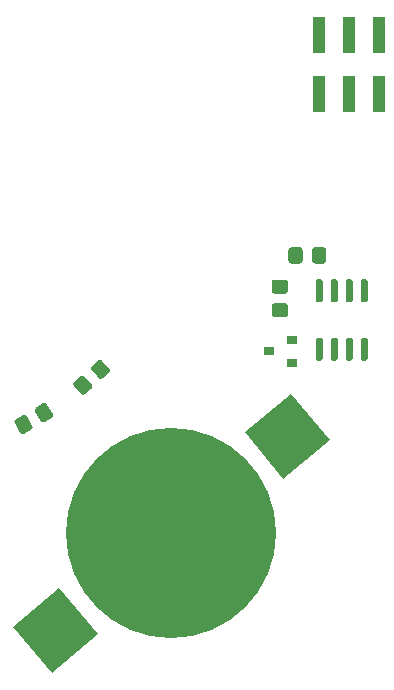
<source format=gbr>
%TF.GenerationSoftware,KiCad,Pcbnew,(5.1.7-0-10_14)*%
%TF.CreationDate,2020-10-21T09:02:29+08:00*%
%TF.ProjectId,HallowBadges,48616c6c-6f77-4426-9164-6765732e6b69,rev?*%
%TF.SameCoordinates,Original*%
%TF.FileFunction,Soldermask,Bot*%
%TF.FilePolarity,Negative*%
%FSLAX46Y46*%
G04 Gerber Fmt 4.6, Leading zero omitted, Abs format (unit mm)*
G04 Created by KiCad (PCBNEW (5.1.7-0-10_14)) date 2020-10-21 09:02:29*
%MOMM*%
%LPD*%
G01*
G04 APERTURE LIST*
%ADD10C,0.100000*%
%ADD11C,17.800000*%
%ADD12R,1.000000X3.150000*%
%ADD13R,0.900000X0.800000*%
G04 APERTURE END LIST*
D10*
%TO.C,BT1*%
G36*
X146215736Y-129088459D02*
G01*
X149493953Y-132995286D01*
X145587126Y-136273503D01*
X142308909Y-132366676D01*
X146215736Y-129088459D01*
G37*
G36*
X165826474Y-112633097D02*
G01*
X169104691Y-116539924D01*
X165197864Y-119818141D01*
X161919647Y-115911314D01*
X165826474Y-112633097D01*
G37*
D11*
X155706800Y-124453300D03*
%TD*%
D12*
%TO.C,J1*%
X168241700Y-82228100D03*
X168241700Y-87278100D03*
X170781700Y-82228100D03*
X170781700Y-87278100D03*
X173321700Y-82228100D03*
X173321700Y-87278100D03*
%TD*%
D13*
%TO.C,Q1*%
X165952400Y-108098200D03*
X165952400Y-109998200D03*
X163952400Y-109048200D03*
%TD*%
%TO.C,R1*%
G36*
G01*
X149851022Y-109840275D02*
X150453241Y-110509107D01*
G75*
G02*
X150434738Y-110862174I-185785J-167282D01*
G01*
X149914535Y-111330566D01*
G75*
G02*
X149561468Y-111312063I-167282J185785D01*
G01*
X148959249Y-110643231D01*
G75*
G02*
X148977752Y-110290164I185785J167282D01*
G01*
X149497955Y-109821772D01*
G75*
G02*
X149851022Y-109840275I167282J-185785D01*
G01*
G37*
G36*
G01*
X148364732Y-111178537D02*
X148966951Y-111847369D01*
G75*
G02*
X148948448Y-112200436I-185785J-167282D01*
G01*
X148428245Y-112668828D01*
G75*
G02*
X148075178Y-112650325I-167282J185785D01*
G01*
X147472959Y-111981493D01*
G75*
G02*
X147491462Y-111628426I185785J167282D01*
G01*
X148011665Y-111160034D01*
G75*
G02*
X148364732Y-111178537I167282J-185785D01*
G01*
G37*
%TD*%
%TO.C,R2*%
G36*
G01*
X143489489Y-114548088D02*
X143939490Y-115327512D01*
G75*
G02*
X143847985Y-115669017I-216505J-125000D01*
G01*
X143241766Y-116019018D01*
G75*
G02*
X142900261Y-115927512I-125000J216505D01*
G01*
X142450260Y-115148087D01*
G75*
G02*
X142541766Y-114806583I216505J124999D01*
G01*
X143147985Y-114456582D01*
G75*
G02*
X143489489Y-114548088I124999J-216505D01*
G01*
G37*
G36*
G01*
X145221539Y-113548088D02*
X145671540Y-114327512D01*
G75*
G02*
X145580035Y-114669017I-216505J-125000D01*
G01*
X144973816Y-115019018D01*
G75*
G02*
X144632311Y-114927512I-125000J216505D01*
G01*
X144182310Y-114148087D01*
G75*
G02*
X144273816Y-113806583I216505J124999D01*
G01*
X144880035Y-113456582D01*
G75*
G02*
X145221539Y-113548088I124999J-216505D01*
G01*
G37*
%TD*%
%TO.C,R3*%
G36*
G01*
X165625700Y-101370201D02*
X165625700Y-100470199D01*
G75*
G02*
X165875699Y-100220200I249999J0D01*
G01*
X166575701Y-100220200D01*
G75*
G02*
X166825700Y-100470199I0J-249999D01*
G01*
X166825700Y-101370201D01*
G75*
G02*
X166575701Y-101620200I-249999J0D01*
G01*
X165875699Y-101620200D01*
G75*
G02*
X165625700Y-101370201I0J249999D01*
G01*
G37*
G36*
G01*
X167625700Y-101370201D02*
X167625700Y-100470199D01*
G75*
G02*
X167875699Y-100220200I249999J0D01*
G01*
X168575701Y-100220200D01*
G75*
G02*
X168825700Y-100470199I0J-249999D01*
G01*
X168825700Y-101370201D01*
G75*
G02*
X168575701Y-101620200I-249999J0D01*
G01*
X167875699Y-101620200D01*
G75*
G02*
X167625700Y-101370201I0J249999D01*
G01*
G37*
%TD*%
%TO.C,R4*%
G36*
G01*
X165351601Y-104165100D02*
X164451599Y-104165100D01*
G75*
G02*
X164201600Y-103915101I0J249999D01*
G01*
X164201600Y-103215099D01*
G75*
G02*
X164451599Y-102965100I249999J0D01*
G01*
X165351601Y-102965100D01*
G75*
G02*
X165601600Y-103215099I0J-249999D01*
G01*
X165601600Y-103915101D01*
G75*
G02*
X165351601Y-104165100I-249999J0D01*
G01*
G37*
G36*
G01*
X165351601Y-106165100D02*
X164451599Y-106165100D01*
G75*
G02*
X164201600Y-105915101I0J249999D01*
G01*
X164201600Y-105215099D01*
G75*
G02*
X164451599Y-104965100I249999J0D01*
G01*
X165351601Y-104965100D01*
G75*
G02*
X165601600Y-105215099I0J-249999D01*
G01*
X165601600Y-105915101D01*
G75*
G02*
X165351601Y-106165100I-249999J0D01*
G01*
G37*
%TD*%
%TO.C,U1*%
G36*
G01*
X172189000Y-109856600D02*
X171889000Y-109856600D01*
G75*
G02*
X171739000Y-109706600I0J150000D01*
G01*
X171739000Y-108056600D01*
G75*
G02*
X171889000Y-107906600I150000J0D01*
G01*
X172189000Y-107906600D01*
G75*
G02*
X172339000Y-108056600I0J-150000D01*
G01*
X172339000Y-109706600D01*
G75*
G02*
X172189000Y-109856600I-150000J0D01*
G01*
G37*
G36*
G01*
X170919000Y-109856600D02*
X170619000Y-109856600D01*
G75*
G02*
X170469000Y-109706600I0J150000D01*
G01*
X170469000Y-108056600D01*
G75*
G02*
X170619000Y-107906600I150000J0D01*
G01*
X170919000Y-107906600D01*
G75*
G02*
X171069000Y-108056600I0J-150000D01*
G01*
X171069000Y-109706600D01*
G75*
G02*
X170919000Y-109856600I-150000J0D01*
G01*
G37*
G36*
G01*
X169649000Y-109856600D02*
X169349000Y-109856600D01*
G75*
G02*
X169199000Y-109706600I0J150000D01*
G01*
X169199000Y-108056600D01*
G75*
G02*
X169349000Y-107906600I150000J0D01*
G01*
X169649000Y-107906600D01*
G75*
G02*
X169799000Y-108056600I0J-150000D01*
G01*
X169799000Y-109706600D01*
G75*
G02*
X169649000Y-109856600I-150000J0D01*
G01*
G37*
G36*
G01*
X168379000Y-109856600D02*
X168079000Y-109856600D01*
G75*
G02*
X167929000Y-109706600I0J150000D01*
G01*
X167929000Y-108056600D01*
G75*
G02*
X168079000Y-107906600I150000J0D01*
G01*
X168379000Y-107906600D01*
G75*
G02*
X168529000Y-108056600I0J-150000D01*
G01*
X168529000Y-109706600D01*
G75*
G02*
X168379000Y-109856600I-150000J0D01*
G01*
G37*
G36*
G01*
X168379000Y-104906600D02*
X168079000Y-104906600D01*
G75*
G02*
X167929000Y-104756600I0J150000D01*
G01*
X167929000Y-103106600D01*
G75*
G02*
X168079000Y-102956600I150000J0D01*
G01*
X168379000Y-102956600D01*
G75*
G02*
X168529000Y-103106600I0J-150000D01*
G01*
X168529000Y-104756600D01*
G75*
G02*
X168379000Y-104906600I-150000J0D01*
G01*
G37*
G36*
G01*
X169649000Y-104906600D02*
X169349000Y-104906600D01*
G75*
G02*
X169199000Y-104756600I0J150000D01*
G01*
X169199000Y-103106600D01*
G75*
G02*
X169349000Y-102956600I150000J0D01*
G01*
X169649000Y-102956600D01*
G75*
G02*
X169799000Y-103106600I0J-150000D01*
G01*
X169799000Y-104756600D01*
G75*
G02*
X169649000Y-104906600I-150000J0D01*
G01*
G37*
G36*
G01*
X170919000Y-104906600D02*
X170619000Y-104906600D01*
G75*
G02*
X170469000Y-104756600I0J150000D01*
G01*
X170469000Y-103106600D01*
G75*
G02*
X170619000Y-102956600I150000J0D01*
G01*
X170919000Y-102956600D01*
G75*
G02*
X171069000Y-103106600I0J-150000D01*
G01*
X171069000Y-104756600D01*
G75*
G02*
X170919000Y-104906600I-150000J0D01*
G01*
G37*
G36*
G01*
X172189000Y-104906600D02*
X171889000Y-104906600D01*
G75*
G02*
X171739000Y-104756600I0J150000D01*
G01*
X171739000Y-103106600D01*
G75*
G02*
X171889000Y-102956600I150000J0D01*
G01*
X172189000Y-102956600D01*
G75*
G02*
X172339000Y-103106600I0J-150000D01*
G01*
X172339000Y-104756600D01*
G75*
G02*
X172189000Y-104906600I-150000J0D01*
G01*
G37*
%TD*%
M02*

</source>
